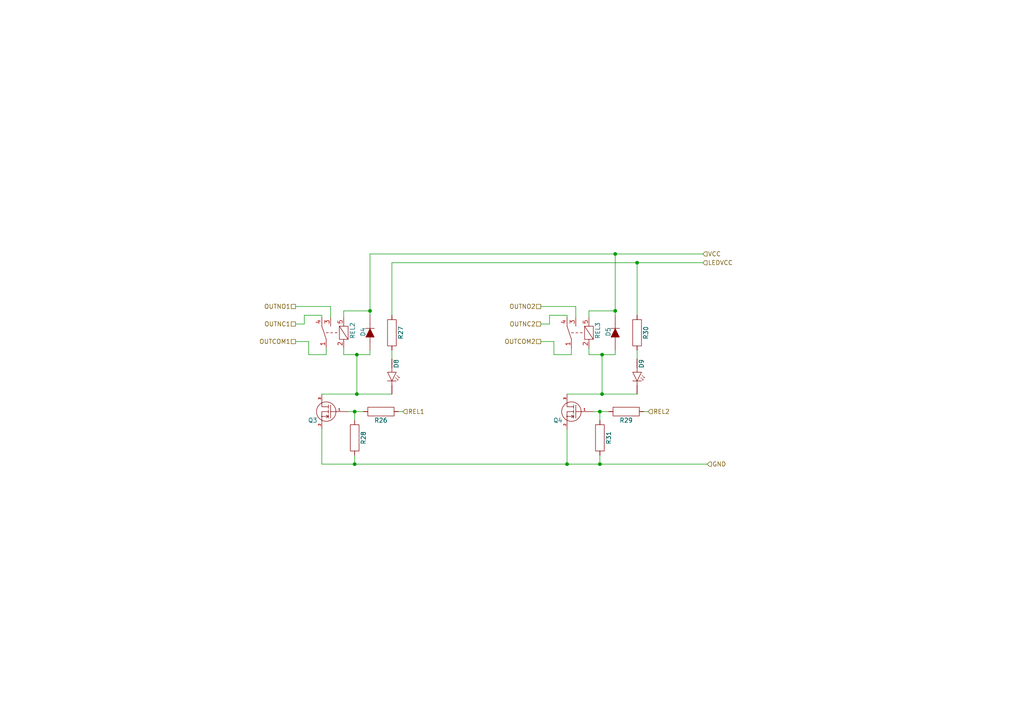
<source format=kicad_sch>
(kicad_sch (version 20211123) (generator eeschema)
  (paper "A4")
  (title_block (title "KoeWiBaPi") (date "2 jan 2014") (rev "A"))
  (lib_symbols
    (symbol "koewibapi-rescue:BSS138" (pin_names (offset 1.016) hide)
      (property "Reference" "Q" (at 3.81 -2.54 0))
      (property "Value" "BSS138" (at 3.81 2.54 0))
      (symbol "BSS138_0_1"
        (polyline (pts (xy 0.635 -1.905) (xy 0.635 -0.889)) (stroke (width 0.1524)))
        (polyline (pts (xy 0.635 -1.397) (xy 1.27 -1.778)) (stroke (width 0.1524)))
        (polyline (pts (xy 0.635 -1.397) (xy 1.27 -1.016)) (stroke (width 0.1524)))
        (polyline (pts (xy 0.635 -1.397) (xy 2.54 -1.397)) (stroke (width 0.1524)))
        (polyline (pts (xy 0.635 0.508) (xy 0.635 -0.508)) (stroke (width 0.1524)))
        (polyline (pts (xy 0.635 1.905) (xy 0.635 0.889)) (stroke (width 0.1524)))
        (polyline (pts (xy 0 1.905) (xy 0 -1.905) (xy 0 -1.905)) (stroke (width 0.1524)))
        (polyline (pts (xy 0.635 0) (xy 2.54 0) (xy 2.54 -2.54)) (stroke (width 0.1524)))
        (polyline (pts (xy 0.635 1.397) (xy 2.54 1.397) (xy 2.54 2.54)) (stroke (width 0.1524)))
        (circle (center 1.27 0) (radius 2.8194) (stroke (width 0.1524)))
        (circle (center 2.54 -1.397) (radius 0.1016) (stroke (width 0.1524)))
      )
      (symbol "BSS138_1_1"
        (pin input line (at -5.08 0 0) (length 5.08) (name "G") (number "1"))
        (pin passive line (at 2.54 -5.08 90) (length 2.54) (name "S") (number "2"))
        (pin passive line (at 2.54 5.08 270) (length 2.54) (name "D") (number "3"))
      )
    )
    (symbol "koewibapi-rescue:D" (pin_numbers hide) (pin_names (offset 1.016) hide)
      (property "Reference" "D" (at 0.254 2.032 0))
      (property "Value" "D" (at 0 -1.905 0))
      (symbol "D_0_1"
        (polyline (pts (xy -1.27 0) (xy -2.54 0) (xy -2.54 0)))
        (polyline (pts (xy 1.27 1.27) (xy 1.27 -1.27) (xy 1.27 -1.27) (xy 1.27 -1.27)))
        (polyline (pts (xy 1.27 0) (xy -1.27 -1.27) (xy -1.27 1.27) (xy 1.27 0) (xy 1.27 0)) (stroke (width 0.0254)) (fill (type outline)))
        (polyline (pts (xy 2.54 0) (xy 1.27 0) (xy 1.27 0) (xy 1.27 0) (xy 1.27 0)))
      )
      (symbol "D_1_1"
        (pin input line (at -5.08 0 0) (length 2.54) (name "A") (number "1"))
        (pin input line (at 5.08 0 180) (length 2.54) (name "C") (number "2"))
      )
    )
    (symbol "koewibapi-rescue:LED" (pin_numbers hide) (pin_names (offset 1.016) hide)
      (property "Reference" "D" (at 0 5.08 0))
      (property "Value" "LED" (at 3.175 1.27 0))
      (symbol "LED_0_1"
        (polyline (pts (xy 3.81 3.81) (xy 2.54 3.81) (xy 2.54 3.81)))
        (polyline (pts (xy 5.461 5.969) (xy 4.699 5.207) (xy 4.699 5.207)) (stroke (width 0.1016)))
        (polyline (pts (xy 6.096 5.588) (xy 5.334 4.826) (xy 5.334 4.826)) (stroke (width 0.1016)))
        (polyline (pts (xy 5.842 5.588) (xy 6.096 5.588) (xy 6.096 5.334) (xy 6.096 5.334)) (stroke (width 0.1016)))
        (polyline (pts (xy 6.35 5.08) (xy 6.35 2.54) (xy 6.35 2.54) (xy 6.35 2.54)))
        (polyline (pts (xy 6.35 3.81) (xy 3.81 2.54) (xy 3.81 5.08) (xy 6.35 3.81) (xy 6.35 3.81)))
        (polyline (pts (xy 7.62 3.81) (xy 6.35 3.81) (xy 6.35 3.81) (xy 6.35 3.81) (xy 6.35 3.81)))
        (polyline (pts (xy 5.207 5.969) (xy 5.461 5.969) (xy 5.461 5.715) (xy 5.461 5.715) (xy 5.461 5.715) (xy 5.461 5.715)) (stroke (width 0.1016)))
      )
      (symbol "LED_1_1"
        (pin input line (at 0 3.81 0) (length 2.54) (name "A") (number "1"))
        (pin input line (at 10.16 3.81 180) (length 2.54) (name "C") (number "2"))
      )
    )
    (symbol "koewibapi-rescue:OMRON_G5LE-1" (pin_names (offset 1.016) hide)
      (property "Reference" "REL" (at 0.635 -2.54 0))
      (property "Value" "OMRON_G5LE-1" (at 1.27 8.89 0))
      (symbol "OMRON_G5LE-1_0_1"
        (rectangle (start -1.905 1.27) (end 1.905 -1.27))
        (polyline (pts (xy -1.905 5.08) (xy 1.905 6.35) (xy 1.905 6.35)))
        (polyline (pts (xy 0 1.905) (xy 0 2.54) (xy 0 2.54)))
        (polyline (pts (xy 0 3.175) (xy 0 3.81) (xy 0 3.81)))
        (polyline (pts (xy 0 4.445) (xy 0 5.08) (xy 0 5.08)))
        (polyline (pts (xy -1.905 -1.27) (xy 1.905 1.27) (xy 1.905 1.27) (xy 1.905 1.27)))
      )
      (symbol "OMRON_G5LE-1_1_1"
        (pin input line (at -4.445 5.08 0) (length 2.54) (name "~") (number "1"))
        (pin input line (at -4.445 0 0) (length 2.54) (name "+") (number "2"))
        (pin input line (at 4.445 3.81 180) (length 2.54) (name "~") (number "3"))
        (pin input line (at 4.445 6.35 180) (length 2.54) (name "~") (number "4"))
        (pin input line (at 4.445 0 180) (length 2.54) (name "-") (number "5"))
      )
    )
    (symbol "koewibapi-rescue:R" (pin_numbers hide) (pin_names (offset 1.016) hide)
      (property "Reference" "R" (at 0 -2.54 0))
      (property "Value" "R" (at 0 0 0))
      (symbol "R_0_1"
        (rectangle (start -3.81 1.27) (end 3.81 -1.27))
      )
      (symbol "R_1_1"
        (pin passive line (at -5.08 0 0) (length 1.27) (name "1") (number "1"))
        (pin passive line (at 5.08 0 180) (length 1.27) (name "2") (number "2"))
      )
    )
  )
  (junction (at 107.315 90.17))
  (junction (at 103.505 114.3))
  (junction (at 102.87 134.62))
  (junction (at 103.505 102.87))
  (junction (at 184.785 76.2))
  (junction (at 174.625 102.87))
  (junction (at 178.435 73.66))
  (junction (at 178.435 90.17))
  (junction (at 164.465 134.62))
  (junction (at 173.99 119.38))
  (junction (at 102.87 119.38))
  (junction (at 173.99 134.62))
  (junction (at 174.625 114.3))
  (wire (pts (xy 89.535 102.87) (xy 89.535 99.06)))
  (wire (pts (xy 174.625 102.87) (xy 174.625 114.3)))
  (wire (pts (xy 88.265 93.98) (xy 85.725 93.98)))
  (wire (pts (xy 184.785 76.2) (xy 203.835 76.2)))
  (wire (pts (xy 173.99 132.08) (xy 173.99 134.62)))
  (wire (pts (xy 93.345 92.075) (xy 93.345 91.44)))
  (wire (pts (xy 88.265 91.44) (xy 88.265 93.98)))
  (wire (pts (xy 115.57 119.38) (xy 116.84 119.38)))
  (wire (pts (xy 156.845 93.98) (xy 159.385 93.98)))
  (wire (pts (xy 167.005 92.075) (xy 167.005 88.9)))
  (wire (pts (xy 94.615 100.965) (xy 94.615 102.87)))
  (wire (pts (xy 167.005 88.9) (xy 156.845 88.9)))
  (wire (pts (xy 164.465 134.62) (xy 102.87 134.62)))
  (wire (pts (xy 102.87 134.62) (xy 93.345 134.62)))
  (wire (pts (xy 105.41 119.38) (xy 102.87 119.38)))
  (wire (pts (xy 113.665 101.6) (xy 113.665 104.14)))
  (wire (pts (xy 178.435 102.87) (xy 178.435 101.6)))
  (wire (pts (xy 184.785 91.44) (xy 184.785 76.2)))
  (wire (pts (xy 107.315 73.66) (xy 178.435 73.66)))
  (wire (pts (xy 173.99 134.62) (xy 164.465 134.62)))
  (wire (pts (xy 170.815 102.87) (xy 174.625 102.87)))
  (wire (pts (xy 187.96 119.38) (xy 186.69 119.38)))
  (wire (pts (xy 173.99 119.38) (xy 173.99 121.92)))
  (wire (pts (xy 99.695 92.075) (xy 99.695 90.17)))
  (wire (pts (xy 107.315 91.44) (xy 107.315 90.17)))
  (wire (pts (xy 174.625 102.87) (xy 178.435 102.87)))
  (wire (pts (xy 99.695 90.17) (xy 107.315 90.17)))
  (wire (pts (xy 178.435 90.17) (xy 170.815 90.17)))
  (wire (pts (xy 93.345 91.44) (xy 88.265 91.44)))
  (wire (pts (xy 178.435 73.66) (xy 203.835 73.66)))
  (wire (pts (xy 113.665 76.2) (xy 184.785 76.2)))
  (wire (pts (xy 160.655 99.06) (xy 160.655 102.87)))
  (wire (pts (xy 170.815 90.17) (xy 170.815 92.075)))
  (wire (pts (xy 164.465 134.62) (xy 164.465 124.46)))
  (wire (pts (xy 93.345 134.62) (xy 93.345 124.46)))
  (wire (pts (xy 102.87 119.38) (xy 102.87 121.92)))
  (wire (pts (xy 184.785 101.6) (xy 184.785 104.14)))
  (wire (pts (xy 164.465 91.44) (xy 164.465 92.075)))
  (wire (pts (xy 94.615 102.87) (xy 89.535 102.87)))
  (wire (pts (xy 103.505 102.87) (xy 103.505 114.3)))
  (wire (pts (xy 102.87 119.38) (xy 100.965 119.38)))
  (wire (pts (xy 103.505 102.87) (xy 99.695 102.87)))
  (wire (pts (xy 107.315 101.6) (xy 107.315 102.87)))
  (wire (pts (xy 113.665 114.3) (xy 103.505 114.3)))
  (wire (pts (xy 156.845 99.06) (xy 160.655 99.06)))
  (wire (pts (xy 107.315 102.87) (xy 103.505 102.87)))
  (wire (pts (xy 89.535 99.06) (xy 85.725 99.06)))
  (wire (pts (xy 85.725 88.9) (xy 95.885 88.9)))
  (wire (pts (xy 205.105 134.62) (xy 173.99 134.62)))
  (wire (pts (xy 103.505 114.3) (xy 93.345 114.3)))
  (wire (pts (xy 99.695 102.87) (xy 99.695 100.965)))
  (wire (pts (xy 178.435 73.66) (xy 178.435 90.17)))
  (wire (pts (xy 165.735 102.87) (xy 165.735 100.965)))
  (wire (pts (xy 159.385 91.44) (xy 164.465 91.44)))
  (wire (pts (xy 173.99 119.38) (xy 172.085 119.38)))
  (wire (pts (xy 174.625 114.3) (xy 164.465 114.3)))
  (wire (pts (xy 102.87 132.08) (xy 102.87 134.62)))
  (wire (pts (xy 107.315 90.17) (xy 107.315 73.66)))
  (wire (pts (xy 184.785 114.3) (xy 174.625 114.3)))
  (wire (pts (xy 176.53 119.38) (xy 173.99 119.38)))
  (wire (pts (xy 170.815 100.965) (xy 170.815 102.87)))
  (wire (pts (xy 178.435 90.17) (xy 178.435 91.44)))
  (wire (pts (xy 160.655 102.87) (xy 165.735 102.87)))
  (wire (pts (xy 113.665 91.44) (xy 113.665 76.2)))
  (wire (pts (xy 159.385 93.98) (xy 159.385 91.44)))
  (wire (pts (xy 95.885 88.9) (xy 95.885 92.075)))
  (hierarchical_label "LEDVCC" (shape input) (at 203.835 76.2 0))
  (hierarchical_label "VCC" (shape input) (at 203.835 73.66 0))
  (hierarchical_label "OUTCOM2" (shape passive) (at 156.845 99.06 180))
  (hierarchical_label "GND" (shape input) (at 205.105 134.62 0))
  (hierarchical_label "OUTCOM1" (shape passive) (at 85.725 99.06 180))
  (hierarchical_label "OUTNO1" (shape passive) (at 85.725 88.9 180))
  (hierarchical_label "REL2" (shape input) (at 187.96 119.38 0))
  (hierarchical_label "REL1" (shape input) (at 116.84 119.38 0))
  (hierarchical_label "OUTNC2" (shape passive) (at 156.845 93.98 180))
  (hierarchical_label "OUTNO2" (shape passive) (at 156.845 88.9 180))
  (hierarchical_label "OUTNC1" (shape passive) (at 85.725 93.98 180))
  (symbol (lib_id "koewibapi-rescue:OMRON_G5LE-1") (at 99.695 96.52 90) (unit 1)
    (property "Reference" "REL2" (at 102.235 95.885 0))
  )
  (symbol (lib_id "koewibapi-rescue:D") (at 107.315 96.52 90) (unit 1)
    (property "Reference" "D4" (at 105.283 96.266 0))
  )
  (symbol (lib_id "koewibapi-rescue:R") (at 102.87 127 90) (unit 1)
    (property "Reference" "R28" (at 105.41 127 0))
  )
  (symbol (lib_id "koewibapi-rescue:R") (at 113.665 96.52 90) (unit 1)
    (property "Reference" "R27" (at 116.205 96.52 0))
  )
  (symbol (lib_id "koewibapi-rescue:LED") (at 109.855 104.14 270) (unit 1)
    (property "Reference" "D8" (at 114.935 104.14 0) (effects (justify left)))
  )
  (symbol (lib_id "koewibapi-rescue:LED") (at 180.975 104.14 270) (unit 1)
    (property "Reference" "D9" (at 186.055 104.14 0) (effects (justify left)))
  )
  (symbol (lib_id "koewibapi-rescue:R") (at 184.785 96.52 90) (unit 1)
    (property "Reference" "R30" (at 187.325 96.52 0))
  )
  (symbol (lib_id "koewibapi-rescue:R") (at 173.99 127 90) (unit 1)
    (property "Reference" "R31" (at 176.53 127 0))
  )
  (symbol (lib_id "koewibapi-rescue:D") (at 178.435 96.52 90) (unit 1)
    (property "Reference" "D5" (at 176.403 96.266 0))
  )
  (symbol (lib_id "koewibapi-rescue:OMRON_G5LE-1") (at 170.815 96.52 90) (unit 1)
    (property "Reference" "REL3" (at 173.355 95.885 0))
  )
  (symbol (lib_id "koewibapi-rescue:BSS138") (at 95.885 119.38 0) (mirror y) (unit 1)
    (property "Reference" "Q3" (at 92.075 121.92 0) (effects (justify left)))
  )
  (symbol (lib_id "koewibapi-rescue:R") (at 110.49 119.38 0) (unit 1)
    (property "Reference" "R26" (at 110.49 121.92 0))
  )
  (symbol (lib_id "koewibapi-rescue:R") (at 181.61 119.38 0) (unit 1)
    (property "Reference" "R29" (at 181.61 121.92 0))
  )
  (symbol (lib_id "koewibapi-rescue:BSS138") (at 167.005 119.38 0) (mirror y) (unit 1)
    (property "Reference" "Q4" (at 163.195 121.92 0) (effects (justify left)))
  )
)
</source>
